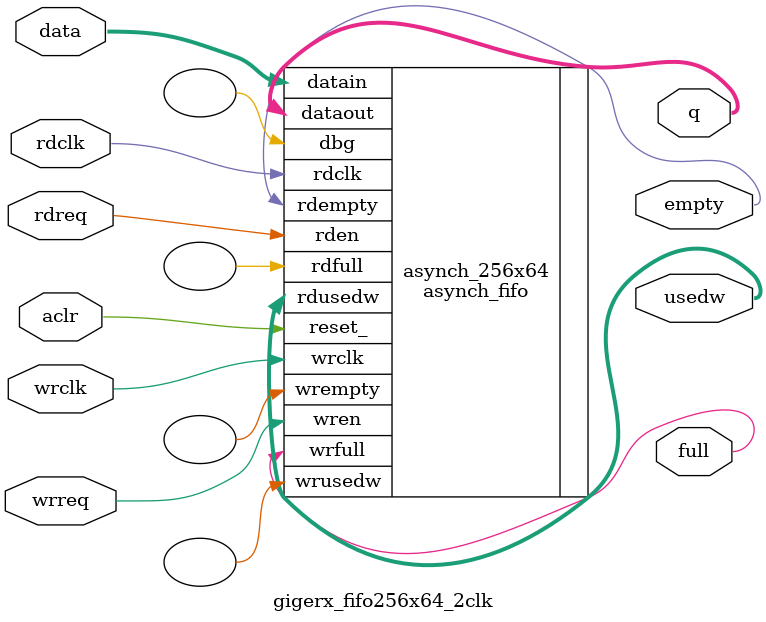
<source format=v>


`timescale 1ns / 1ns                                                                                                                                               


module gigerx_fifo256x64_2clk

(
			aclr,
			
			wrclk, 				 // Clk for writing data 
			wrreq, 				 // request to write 
			data,            	 // Data coming in
			full,  				 // indicates fifo is full or not (To avoid overiding)
		                        
			rdclk,				 //rd clock
			rdreq, 				 // Request to read from FIFO 
			q, 	   				 // Data coming out
			empty, 				 // indicates fifo is empty or not (to avoid underflow)
			usedw  				 // number of slots currently in use for reading

);
	parameter WIDTH = 64,
			  DEPTH = 256,
			  PTR	= 8;
			  
			  
			input  wire 				aclr;

			input  wire 				wrclk; 		   // Clk for writing data  
			input  wire 				wrreq; 		   // request to write
			input  wire [WIDTH-1 : 0]	data;      	   // Data coming in
			output wire					full;  		   // indicates fifo is full or not (To avoid overiding)
		                                       
			input  wire 				rdclk; 		   // Clk for read data 
			input  wire 				rdreq; 		   // Request to read from FIFO
			output wire [WIDTH-1 : 0]	q; 	   		  // Data coming out
			output wire 				empty; 		   // indicates fifo is empty or not (to avoid underflow)
			output wire [PTR  : 0] 		usedw; 		   // number of slots currently in use for reading




asynch_fifo	#(.WIDTH (WIDTH),
					  	  .DEPTH (DEPTH),
					 	  .PTR	 (PTR) )
 											
	asynch_256x64		  (
			.reset_	(aclr),
			
			.wrclk		(wrclk),		   // Clk to write data
			.wren		(wrreq),		   // write enable
			.datain		(data),			   // write data
			.wrfull		(full),			   // indicates fifo is full or not (To avoid overiding)
			.wrempty	(),				   // indicates fifo is empty or not (to avoid underflow)
			.wrusedw	(),				   // wrusedw -number of locations filled in fifo
                    	
			.rdclk		(rdclk),		   // i-1, Clk to read data
			.rden		(rdreq),		   // i-1, read enable of data FIFO
			.dataout	(q),			   // Dataout of data FIFO
			.rdfull		(),				   // indicates fifo is full or not (To avoid overiding) (Not used)
			.rdempty	(empty),		   // indicates fifo is empty or not (to avoid underflow)
			.rdusedw	(usedw),		   // rdusedw -number of locations filled in fifo (not used )

			.dbg		()

		 );
endmodule
</source>
